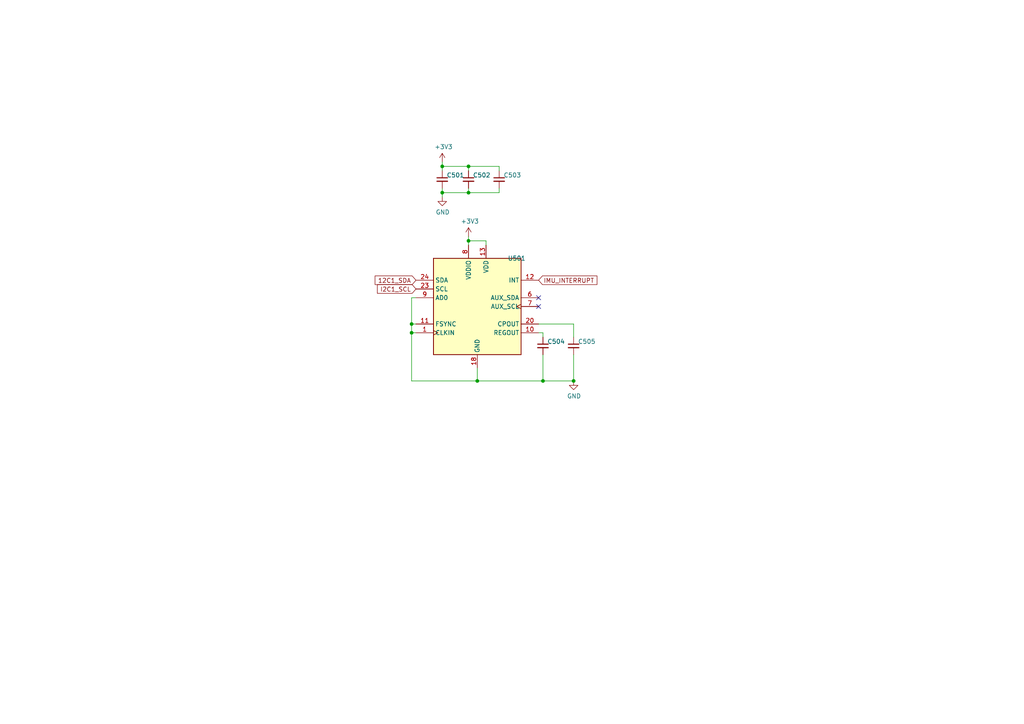
<source format=kicad_sch>
(kicad_sch (version 20211123) (generator eeschema)
  (paper "A4")
  (lib_symbols
    (symbol "Device:C_Small" (pin_numbers hide) (pin_names (offset 0.254) hide)
      (property "Reference" "C" (at 0.254 1.778 0))
      (property "Value" "C_Small" (at 0.254 -2.032 0))
      (symbol "C_Small_0_1"
        (polyline (pts (xy -1.524 -0.508) (xy 1.524 -0.508)) (stroke (width 0.3302)))
        (polyline (pts (xy -1.524 0.508) (xy 1.524 0.508)) (stroke (width 0.3048)))
      )
      (symbol "C_Small_1_1"
        (pin passive line (at 0 2.54 270) (length 2.032) (name "~") (number "1"))
        (pin passive line (at 0 -2.54 90) (length 2.032) (name "~") (number "2"))
      )
    )
    (symbol "Sensor_Motion:MPU-6050"
      (property "Reference" "U" (at -11.43 13.97 0))
      (property "Value" "MPU-6050" (at 7.62 -15.24 0))
      (symbol "MPU-6050_0_0"
        (text "" (at 12.7 -2.54 0) (effects (font (size 1.27 1.27))))
      )
      (symbol "MPU-6050_0_1"
        (rectangle (start -12.7 13.97) (end 12.7 -13.97) (stroke (width 0.254)) (fill (type background)))
      )
      (symbol "MPU-6050_1_1"
        (pin input clock (at -17.78 -7.62 0) (length 5.08) (name "CLKIN") (number "1"))
        (pin passive line (at 17.78 -7.62 180) (length 5.08) (name "REGOUT") (number "10"))
        (pin input line (at -17.78 -5.08 0) (length 5.08) (name "FSYNC") (number "11"))
        (pin output line (at 17.78 7.62 180) (length 5.08) (name "INT") (number "12"))
        (pin power_in line (at 2.54 17.78 270) (length 3.81) (name "VDD") (number "13"))
        (pin no_connect line (at -12.7 -10.16 0) (length 2.54) hide (name "NC") (number "14"))
        (pin no_connect line (at 12.7 12.7 180) (length 2.54) hide (name "NC") (number "15"))
        (pin no_connect line (at 12.7 10.16 180) (length 2.54) hide (name "NC") (number "16"))
        (pin no_connect line (at 12.7 5.08 180) (length 2.54) hide (name "NC") (number "17"))
        (pin power_in line (at 0 -17.78 90) (length 3.81) (name "GND") (number "18"))
        (pin no_connect line (at 12.7 -10.16 180) (length 2.54) hide (name "NC") (number "19"))
        (pin no_connect line (at -12.7 12.7 0) (length 2.54) hide (name "NC") (number "2"))
        (pin passive line (at 17.78 -5.08 180) (length 5.08) (name "CPOUT") (number "20"))
        (pin no_connect line (at 12.7 -2.54 180) (length 2.54) hide (name "NC") (number "21"))
        (pin no_connect line (at 12.7 -12.7 180) (length 2.54) hide (name "NC") (number "22"))
        (pin input line (at -17.78 5.08 0) (length 5.08) (name "SCL") (number "23"))
        (pin bidirectional line (at -17.78 7.62 0) (length 5.08) (name "SDA") (number "24"))
        (pin no_connect line (at -12.7 10.16 0) (length 2.54) hide (name "NC") (number "3"))
        (pin no_connect line (at -12.7 0 0) (length 2.54) hide (name "NC") (number "4"))
        (pin no_connect line (at -12.7 -2.54 0) (length 2.54) hide (name "NC") (number "5"))
        (pin bidirectional line (at 17.78 2.54 180) (length 5.08) (name "AUX_SDA") (number "6"))
        (pin output clock (at 17.78 0 180) (length 5.08) (name "AUX_SCL") (number "7"))
        (pin power_in line (at -2.54 17.78 270) (length 3.81) (name "VDDIO") (number "8"))
        (pin input line (at -17.78 2.54 0) (length 5.08) (name "AD0") (number "9"))
      )
    )
    (symbol "power:+3.3V" (power) (pin_names (offset 0))
      (property "Value" "+3.3V" (at 0 3.556 0))
      (symbol "+3.3V_0_1"
        (polyline (pts (xy -0.762 1.27) (xy 0 2.54)))
        (polyline (pts (xy 0 0) (xy 0 2.54)))
        (polyline (pts (xy 0 2.54) (xy 0.762 1.27)))
      )
      (symbol "+3.3V_1_1"
        (pin power_in line (at 0 0 90) (length 0) hide (name "+3V3") (number "1"))
      )
    )
    (symbol "power:GND" (power) (pin_names (offset 0))
      (property "Value" "GND" (at 0 -3.81 0))
      (symbol "GND_0_1"
        (polyline (pts (xy 0 0) (xy 0 -1.27) (xy 1.27 -1.27) (xy 0 -2.54) (xy -1.27 -1.27) (xy 0 -1.27)))
      )
      (symbol "GND_1_1"
        (pin power_in line (at 0 0 270) (length 0) hide (name "GND") (number "1"))
      )
    )
  )
  (junction (at 157.48 110.49))
  (junction (at 135.89 48.26))
  (junction (at 128.27 48.26))
  (junction (at 119.38 93.98))
  (junction (at 166.37 110.49))
  (junction (at 138.43 110.49))
  (junction (at 119.38 96.52))
  (junction (at 135.89 55.88))
  (junction (at 135.89 69.85))
  (junction (at 128.27 55.88))
  (no_connect (at 156.21 88.9))
  (no_connect (at 156.21 86.36))
  (wire (pts (xy 144.78 55.88) (xy 135.89 55.88)))
  (wire (pts (xy 120.65 96.52) (xy 119.38 96.52)))
  (wire (pts (xy 138.43 106.68) (xy 138.43 110.49)))
  (wire (pts (xy 135.89 69.85) (xy 135.89 71.12)))
  (wire (pts (xy 119.38 86.36) (xy 119.38 93.98)))
  (wire (pts (xy 120.65 86.36) (xy 119.38 86.36)))
  (wire (pts (xy 156.21 96.52) (xy 157.48 96.52)))
  (wire (pts (xy 140.97 71.12) (xy 140.97 69.85)))
  (wire (pts (xy 157.48 96.52) (xy 157.48 97.79)))
  (wire (pts (xy 135.89 48.26) (xy 144.78 48.26)))
  (wire (pts (xy 135.89 54.61) (xy 135.89 55.88)))
  (wire (pts (xy 135.89 55.88) (xy 128.27 55.88)))
  (wire (pts (xy 128.27 46.99) (xy 128.27 48.26)))
  (wire (pts (xy 144.78 54.61) (xy 144.78 55.88)))
  (wire (pts (xy 138.43 110.49) (xy 157.48 110.49)))
  (wire (pts (xy 119.38 110.49) (xy 138.43 110.49)))
  (wire (pts (xy 144.78 48.26) (xy 144.78 49.53)))
  (wire (pts (xy 128.27 48.26) (xy 135.89 48.26)))
  (wire (pts (xy 166.37 110.49) (xy 166.37 102.87)))
  (wire (pts (xy 119.38 93.98) (xy 119.38 96.52)))
  (wire (pts (xy 128.27 54.61) (xy 128.27 55.88)))
  (wire (pts (xy 128.27 48.26) (xy 128.27 49.53)))
  (wire (pts (xy 128.27 55.88) (xy 128.27 57.15)))
  (wire (pts (xy 120.65 93.98) (xy 119.38 93.98)))
  (wire (pts (xy 157.48 110.49) (xy 166.37 110.49)))
  (wire (pts (xy 119.38 96.52) (xy 119.38 110.49)))
  (wire (pts (xy 135.89 68.58) (xy 135.89 69.85)))
  (wire (pts (xy 140.97 69.85) (xy 135.89 69.85)))
  (wire (pts (xy 157.48 102.87) (xy 157.48 110.49)))
  (wire (pts (xy 156.21 93.98) (xy 166.37 93.98)))
  (wire (pts (xy 166.37 93.98) (xy 166.37 97.79)))
  (wire (pts (xy 135.89 49.53) (xy 135.89 48.26)))
  (global_label "I2C1_SCL" (shape input) (at 120.65 83.82 180) (property "Intersheet References" "${INTERSHEET_REFS}" (effects hide)))
  (global_label "12C1_SDA" (shape input) (at 120.65 81.28 180) (property "Intersheet References" "${INTERSHEET_REFS}" (effects hide)))
  (global_label "IMU_INTERRUPT" (shape input) (at 156.21 81.28 0) (property "Intersheet References" "${INTERSHEET_REFS}" (effects hide)))
  (symbol (lib_id "Sensor_Motion:MPU-6050") (at 138.43 88.9 0) (unit 1)
    (property "Reference" "U501" (at 149.86 74.93 0))
    (property "Datasheet" "https://store.invensense.com/datasheets/invensense/MPU-6050_DataSheet_V3%204.pdf" (effects hide))
    (property "LCSC Part #" "C24112" (effects hide))
  )
  (symbol (lib_id "power:+3.3V") (at 135.89 68.58 0) (unit 1)
    (property "Reference" "#PWR0503" (effects hide))
  )
  (symbol (lib_id "power:GND") (at 166.37 110.49 0) (unit 1)
    (property "Reference" "#PWR0504" (effects hide))
  )
  (symbol (lib_id "power:+3.3V") (at 128.27 46.99 0) (unit 1)
    (property "Reference" "#PWR0501" (effects hide))
  )
  (symbol (lib_id "Device:C_Small") (at 128.27 52.07 0) (unit 1)
    (property "Reference" "C501" (at 129.54 50.8 0) (effects (justify left)))
    (property "LCSC Part #" "C15525" (effects hide))
    (property "Mouser" "581-0402ZD106MAT2A" (effects hide))
  )
  (symbol (lib_id "Device:C_Small") (at 135.89 52.07 0) (unit 1)
    (property "Reference" "C502" (at 137.16 50.8 0) (effects (justify left)))
    (property "LCSC Part #" "C1525" (effects hide))
    (property "Mouser" "581-0402YD104K" (effects hide))
  )
  (symbol (lib_id "Device:C_Small") (at 144.78 52.07 0) (unit 1)
    (property "Reference" "C503" (at 146.05 50.8 0) (effects (justify left)))
    (property "LCSC Part #" "C1525" (effects hide))
    (property "Mouser" "581-0402YD104K" (effects hide))
  )
  (symbol (lib_id "power:GND") (at 128.27 57.15 0) (unit 1)
    (property "Reference" "#PWR0502" (effects hide))
  )
  (symbol (lib_id "Device:C_Small") (at 157.48 100.33 0) (unit 1)
    (property "Reference" "C504" (at 158.75 99.06 0) (effects (justify left)))
    (property "LCSC Part #" "C1525" (effects hide))
    (property "Mouser" "581-0402YD104K" (effects hide))
  )
  (symbol (lib_id "Device:C_Small") (at 166.37 100.33 0) (unit 1)
    (property "Reference" "C505" (at 167.64 99.06 0) (effects (justify left)))
    (property "LCSC Part #" "C1531" (effects hide))
    (property "Mouser" "581-0402YC222J4T2A" (effects hide))
  )
)
</source>
